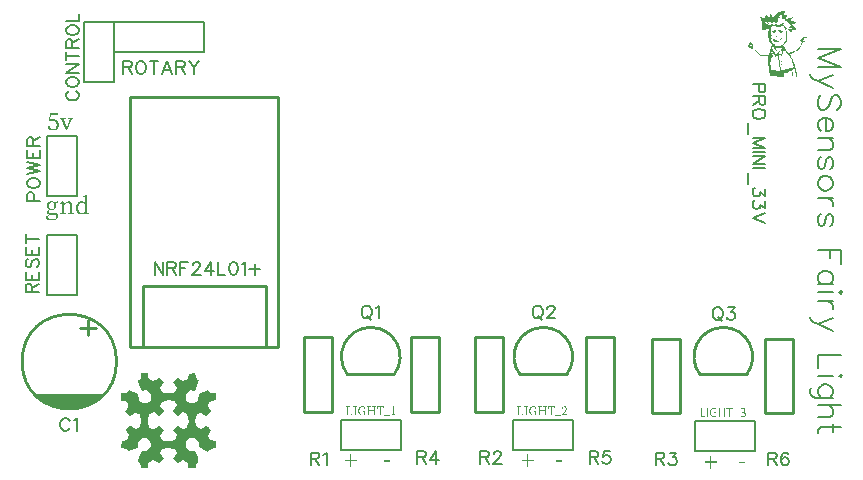
<source format=gto>
G04 Layer: TopSilkLayer*
G04 EasyEDA v6.4.19.5, 2021-05-22T19:54:24+02:00*
G04 a9b393c6b906431c8adc5fb22f429070,c38686c9fe6447858fcbf2546f174441,10*
G04 Gerber Generator version 0.2*
G04 Scale: 100 percent, Rotated: No, Reflected: No *
G04 Dimensions in millimeters *
G04 leading zeros omitted , absolute positions ,4 integer and 5 decimal *
%FSLAX45Y45*%
%MOMM*%

%ADD10C,0.2540*%
%ADD20C,0.2032*%
%ADD21C,0.2030*%
%ADD22C,0.1524*%

%LPD*%
G36*
X6577126Y4756099D02*
G01*
X6563918Y4755946D01*
X6558025Y4755388D01*
X6551625Y4754067D01*
X6545529Y4752136D01*
X6535928Y4747412D01*
X6531051Y4745278D01*
X6526479Y4743653D01*
X6522770Y4742738D01*
X6518300Y4740706D01*
X6511747Y4735931D01*
X6503974Y4729175D01*
X6495897Y4721098D01*
X6488125Y4712919D01*
X6482181Y4707077D01*
X6477812Y4703419D01*
X6474612Y4701997D01*
X6472275Y4702657D01*
X6470497Y4705502D01*
X6468973Y4710379D01*
X6463741Y4733950D01*
X6458610Y4730800D01*
X6456629Y4728514D01*
X6455003Y4724552D01*
X6453936Y4719523D01*
X6453530Y4713986D01*
X6453530Y4700270D01*
X6425844Y4718405D01*
X6407912Y4711547D01*
X6414668Y4694021D01*
X6369304Y4701641D01*
X6388404Y4664760D01*
X6388181Y4656683D01*
X6406591Y4656683D01*
X6414770Y4661865D01*
X6422186Y4665878D01*
X6427114Y4666437D01*
X6430416Y4663287D01*
X6432905Y4656074D01*
X6435801Y4644948D01*
X6429908Y4647946D01*
X6422085Y4651095D01*
X6406591Y4656683D01*
X6388181Y4656683D01*
X6387438Y4629810D01*
X6433413Y4629810D01*
X6433515Y4631842D01*
X6434683Y4635093D01*
X6442913Y4650790D01*
X6436664Y4660900D01*
X6447536Y4667554D01*
X6469583Y4653788D01*
X6490817Y4673041D01*
X6504279Y4672990D01*
X6504838Y4675428D01*
X6506057Y4677918D01*
X6509664Y4682642D01*
X6512001Y4683607D01*
X6512559Y4681067D01*
X6510985Y4675276D01*
X6509512Y4672177D01*
X6507886Y4670044D01*
X6506362Y4669028D01*
X6505041Y4669383D01*
X6504330Y4670856D01*
X6504279Y4672990D01*
X6490859Y4672990D01*
X6504990Y4655972D01*
X6519570Y4668012D01*
X6522974Y4703318D01*
X6537706Y4700270D01*
X6531102Y4710887D01*
X6548475Y4722977D01*
X6555638Y4727651D01*
X6557009Y4728311D01*
X6557162Y4726584D01*
X6556095Y4714697D01*
X6552082Y4683861D01*
X6559143Y4683861D01*
X6562496Y4684623D01*
X6566357Y4686706D01*
X6570319Y4689805D01*
X6573875Y4693615D01*
X6581597Y4703318D01*
X6580530Y4690973D01*
X6580428Y4681372D01*
X6581292Y4667199D01*
X6598818Y4667199D01*
X6628638Y4636922D01*
X6634784Y4630216D01*
X6639001Y4625086D01*
X6641287Y4621479D01*
X6641693Y4619498D01*
X6640220Y4618990D01*
X6636867Y4620006D01*
X6620865Y4628337D01*
X6614109Y4617415D01*
X6620103Y4606188D01*
X6622643Y4601006D01*
X6623710Y4597552D01*
X6623253Y4595876D01*
X6621221Y4595977D01*
X6617614Y4597857D01*
X6612280Y4601514D01*
X6605270Y4607052D01*
X6587286Y4621987D01*
X6579108Y4628134D01*
X6572859Y4632350D01*
X6569354Y4633874D01*
X6564985Y4633874D01*
X6570675Y4619294D01*
X6576466Y4606696D01*
X6586778Y4586630D01*
X6586829Y4510176D01*
X6562953Y4471466D01*
X6525666Y4455922D01*
X6511798Y4459376D01*
X6506413Y4461103D01*
X6502044Y4463186D01*
X6499047Y4465370D01*
X6497116Y4469485D01*
X6494830Y4471670D01*
X6491478Y4473702D01*
X6487363Y4475378D01*
X6476796Y4478731D01*
X6464452Y4509617D01*
X6461912Y4516424D01*
X6460337Y4521403D01*
X6459575Y4524756D01*
X6459728Y4526584D01*
X6460744Y4527194D01*
X6462572Y4526635D01*
X6471361Y4521352D01*
X6463893Y4544974D01*
X6477457Y4544974D01*
X6461048Y4564430D01*
X6459982Y4581093D01*
X6460032Y4588713D01*
X6460998Y4597095D01*
X6462674Y4605274D01*
X6464909Y4612233D01*
X6470853Y4626660D01*
X6503517Y4625543D01*
X6503517Y4615840D01*
X6522008Y4631080D01*
X6524345Y4624120D01*
X6526326Y4621072D01*
X6529527Y4619498D01*
X6533692Y4619193D01*
X6538518Y4620056D01*
X6543802Y4621987D01*
X6549186Y4624730D01*
X6554520Y4628184D01*
X6559448Y4632198D01*
X6563766Y4636566D01*
X6567170Y4641240D01*
X6569405Y4645964D01*
X6570167Y4650638D01*
X6570167Y4656836D01*
X6557670Y4652924D01*
X6552590Y4650994D01*
X6547866Y4648657D01*
X6544106Y4646168D01*
X6541820Y4643831D01*
X6538468Y4638598D01*
X6499250Y4645964D01*
X6491732Y4633823D01*
X6470294Y4645304D01*
X6446621Y4633163D01*
X6441084Y4630623D01*
X6437122Y4629251D01*
X6434582Y4628946D01*
X6433413Y4629810D01*
X6387438Y4629810D01*
X6386474Y4594961D01*
X6396380Y4595012D01*
X6401714Y4595926D01*
X6408928Y4598365D01*
X6417005Y4602022D01*
X6425133Y4606493D01*
X6443929Y4617974D01*
X6436664Y4553305D01*
X6446774Y4499356D01*
X6470700Y4466945D01*
X6466433Y4460138D01*
X6465366Y4458055D01*
X6462471Y4450130D01*
X6460033Y4442206D01*
X6466636Y4442206D01*
X6469024Y4449165D01*
X6470497Y4452670D01*
X6472275Y4454753D01*
X6474358Y4455312D01*
X6476949Y4454144D01*
X6480200Y4451248D01*
X6484213Y4446473D01*
X6489154Y4439818D01*
X6503517Y4439818D01*
X6503517Y4446168D01*
X6520180Y4439767D01*
X6520180Y4451807D01*
X6542379Y4446016D01*
X6545529Y4451045D01*
X6549034Y4454347D01*
X6553555Y4455972D01*
X6557416Y4455668D01*
X6559092Y4453178D01*
X6557822Y4449521D01*
X6554419Y4443425D01*
X6549593Y4435754D01*
X6543903Y4427474D01*
X6538010Y4419498D01*
X6532575Y4412640D01*
X6528257Y4407865D01*
X6525666Y4406087D01*
X6523126Y4407204D01*
X6519926Y4410202D01*
X6516268Y4414570D01*
X6512559Y4419854D01*
X6509105Y4425543D01*
X6506209Y4431080D01*
X6504228Y4436008D01*
X6503517Y4439818D01*
X6489192Y4439767D01*
X6502044Y4421327D01*
X6508445Y4413402D01*
X6513626Y4408068D01*
X6516878Y4406087D01*
X6521907Y4406087D01*
X6512734Y4395978D01*
X6531864Y4395978D01*
X6549237Y4422698D01*
X6553250Y4428286D01*
X6556044Y4431588D01*
X6557873Y4432554D01*
X6558737Y4431182D01*
X6558686Y4427474D01*
X6557924Y4421428D01*
X6553555Y4398721D01*
X6551015Y4391863D01*
X6547205Y4390440D01*
X6540703Y4392574D01*
X6531864Y4395978D01*
X6512734Y4395978D01*
X6501993Y4384090D01*
X6466636Y4442206D01*
X6460033Y4442206D01*
X6457035Y4431741D01*
X6453225Y4417212D01*
X6444284Y4381093D01*
X6377330Y4381144D01*
X6351016Y4404715D01*
X6330442Y4422343D01*
X6321196Y4429861D01*
X6300724Y4445660D01*
X6307683Y4448556D01*
X6310376Y4450537D01*
X6311900Y4453534D01*
X6312306Y4457293D01*
X6311798Y4461611D01*
X6310477Y4466285D01*
X6308394Y4471060D01*
X6305753Y4475734D01*
X6302552Y4480052D01*
X6299047Y4483811D01*
X6295186Y4486757D01*
X6291224Y4488738D01*
X6287211Y4489399D01*
X6281013Y4489399D01*
X6269736Y4459732D01*
X6270383Y4458055D01*
X6282131Y4458055D01*
X6282131Y4462119D01*
X6284772Y4469739D01*
X6288227Y4478782D01*
X6294475Y4476699D01*
X6297066Y4475175D01*
X6299454Y4472482D01*
X6301333Y4469130D01*
X6302552Y4465370D01*
X6304330Y4456074D01*
X6292799Y4456074D01*
X6285484Y4456379D01*
X6282131Y4458055D01*
X6270383Y4458055D01*
X6272580Y4452366D01*
X6274308Y4449470D01*
X6276898Y4447133D01*
X6280048Y4445558D01*
X6283350Y4445000D01*
X6287668Y4443933D01*
X6293612Y4441037D01*
X6300317Y4436770D01*
X6307124Y4431538D01*
X6376416Y4372762D01*
X6439611Y4372762D01*
X6440459Y4329531D01*
X6452666Y4329531D01*
X6464452Y4322216D01*
X6458102Y4353915D01*
X6475730Y4368546D01*
X6474460Y4403293D01*
X6471767Y4392218D01*
X6470345Y4387494D01*
X6468414Y4382820D01*
X6466230Y4378756D01*
X6464096Y4375810D01*
X6459067Y4370527D01*
X6459067Y4376826D01*
X6459524Y4380534D01*
X6460794Y4385868D01*
X6462674Y4392168D01*
X6470904Y4414316D01*
X6481572Y4400448D01*
X6485991Y4394352D01*
X6490055Y4387850D01*
X6493357Y4381804D01*
X6495491Y4376928D01*
X6499250Y4370070D01*
X6503771Y4367479D01*
X6507530Y4369257D01*
X6510426Y4381906D01*
X6513474Y4383684D01*
X6516725Y4380992D01*
X6517592Y4377740D01*
X6525768Y4377740D01*
X6525768Y4383887D01*
X6542430Y4383887D01*
X6542430Y4375556D01*
X6542633Y4371441D01*
X6543192Y4368647D01*
X6544106Y4367022D01*
X6545376Y4366666D01*
X6546850Y4367377D01*
X6548577Y4369206D01*
X6550507Y4372102D01*
X6552641Y4376013D01*
X6557162Y4386529D01*
X6561836Y4400499D01*
X6571945Y4433824D01*
X6580682Y4421378D01*
X6585000Y4415688D01*
X6590436Y4409338D01*
X6596227Y4403090D01*
X6604558Y4394860D01*
X6607759Y4390948D01*
X6614820Y4380788D01*
X6622389Y4368190D01*
X6630060Y4354169D01*
X6637223Y4339590D01*
X6643471Y4325467D01*
X6646113Y4318863D01*
X6650024Y4307179D01*
X6651244Y4302302D01*
X6654495Y4286046D01*
X6647078Y4279950D01*
X6643979Y4277868D01*
X6639661Y4275683D01*
X6634378Y4273499D01*
X6621475Y4269079D01*
X6606692Y4265015D01*
X6591553Y4261815D01*
X6584289Y4260596D01*
X6577482Y4259732D01*
X6571284Y4259275D01*
X6552946Y4258462D01*
X6548424Y4264202D01*
X6547713Y4265625D01*
X6545732Y4271924D01*
X6540246Y4294936D01*
X6534048Y4325061D01*
X6528714Y4354372D01*
X6526885Y4366260D01*
X6525869Y4374896D01*
X6525768Y4377740D01*
X6517592Y4377740D01*
X6518554Y4374134D01*
X6520942Y4356100D01*
X6525564Y4328820D01*
X6531102Y4299153D01*
X6536283Y4273905D01*
X6538366Y4265117D01*
X6539890Y4259986D01*
X6543802Y4250029D01*
X6461861Y4253331D01*
X6461048Y4273753D01*
X6460236Y4282948D01*
X6459016Y4293260D01*
X6457492Y4303420D01*
X6452666Y4329531D01*
X6440459Y4329531D01*
X6441795Y4258868D01*
X6456984Y4203293D01*
X6570167Y4200144D01*
X6570167Y4226915D01*
X6604253Y4233722D01*
X6597396Y4244848D01*
X6612839Y4238904D01*
X6626555Y4255414D01*
X6641541Y4249674D01*
X6647738Y4261205D01*
X6650532Y4265676D01*
X6653530Y4269384D01*
X6656425Y4271822D01*
X6658813Y4272737D01*
X6663740Y4272737D01*
X6671462Y4200550D01*
X6681317Y4200550D01*
X6681317Y4215993D01*
X6680657Y4224375D01*
X6678980Y4235805D01*
X6676491Y4248759D01*
X6670598Y4273804D01*
X6668668Y4284370D01*
X6667804Y4292193D01*
X6668160Y4296206D01*
X6668719Y4298391D01*
X6668262Y4301236D01*
X6666941Y4304334D01*
X6664909Y4307433D01*
X6662877Y4310075D01*
X6657746Y4318304D01*
X6651548Y4329277D01*
X6644995Y4341876D01*
X6638594Y4354880D01*
X6632905Y4367123D01*
X6627012Y4381550D01*
X6626098Y4384700D01*
X6625742Y4386783D01*
X6625742Y4394098D01*
X6649008Y4401972D01*
X6659067Y4406595D01*
X6670090Y4412538D01*
X6680758Y4419142D01*
X6707276Y4438192D01*
X6731508Y4489805D01*
X6758381Y4500016D01*
X6770573Y4522774D01*
X6766153Y4522774D01*
X6763918Y4521860D01*
X6761022Y4519472D01*
X6757873Y4515967D01*
X6754825Y4511649D01*
X6747865Y4500524D01*
X6739585Y4500524D01*
X6733641Y4501642D01*
X6731762Y4505299D01*
X6733946Y4511852D01*
X6740194Y4521911D01*
X6749135Y4534611D01*
X6764629Y4528667D01*
X6764629Y4534052D01*
X6764020Y4536389D01*
X6762343Y4538014D01*
X6759651Y4538929D01*
X6756044Y4539183D01*
X6751675Y4538726D01*
X6746646Y4537608D01*
X6741007Y4535779D01*
X6721398Y4527092D01*
X6709918Y4501896D01*
X6721398Y4490466D01*
X6708800Y4452366D01*
X6693662Y4437989D01*
X6690004Y4434840D01*
X6685330Y4431334D01*
X6673748Y4423816D01*
X6667246Y4420006D01*
X6653733Y4412894D01*
X6615684Y4396079D01*
X6599174Y4414164D01*
X6592519Y4422495D01*
X6585610Y4431995D01*
X6579209Y4441444D01*
X6564426Y4466082D01*
X6593484Y4500626D01*
X6598970Y4564430D01*
X6588099Y4611420D01*
X6627622Y4578807D01*
X6636410Y4584242D01*
X6625996Y4611624D01*
X6631635Y4611624D01*
X6634022Y4611014D01*
X6636512Y4609185D01*
X6638696Y4606544D01*
X6640423Y4603292D01*
X6643624Y4594961D01*
X6656578Y4594961D01*
X6662318Y4595368D01*
X6666941Y4596434D01*
X6670497Y4598111D01*
X6672884Y4600397D01*
X6674256Y4603140D01*
X6674459Y4606340D01*
X6673646Y4609896D01*
X6671716Y4613808D01*
X6668719Y4617923D01*
X6664655Y4622241D01*
X6659524Y4626610D01*
X6653377Y4631080D01*
X6636664Y4642205D01*
X6655816Y4647742D01*
X6663283Y4650333D01*
X6669582Y4653330D01*
X6673951Y4656277D01*
X6675729Y4658868D01*
X6676542Y4664405D01*
X6620205Y4681067D01*
X6656324Y4702048D01*
X6650228Y4704232D01*
X6645859Y4704232D01*
X6638391Y4702556D01*
X6628942Y4699558D01*
X6618478Y4695444D01*
X6592824Y4684420D01*
X6595211Y4725517D01*
X6570878Y4724704D01*
G37*
G36*
X6523939Y4595063D02*
G01*
X6543802Y4573117D01*
X6558940Y4581296D01*
X6561785Y4583226D01*
X6563106Y4584801D01*
X6562801Y4586122D01*
X6560718Y4587341D01*
X6556806Y4588560D01*
X6542887Y4591456D01*
G37*
G36*
X6499352Y4594402D02*
G01*
X6492544Y4592929D01*
X6481927Y4590186D01*
X6468719Y4586427D01*
X6486855Y4571390D01*
X6495186Y4578299D01*
X6500520Y4584039D01*
X6503212Y4589424D01*
X6502958Y4593336D01*
G37*
G36*
X6511086Y4552746D02*
G01*
X6502400Y4538675D01*
X6509054Y4532020D01*
X6512458Y4535373D01*
X6513576Y4537252D01*
X6514134Y4539792D01*
X6514084Y4542739D01*
X6513474Y4545736D01*
G37*
G36*
X6549237Y4536643D02*
G01*
X6548628Y4529683D01*
X6547510Y4526127D01*
X6544919Y4521555D01*
X6541312Y4516577D01*
X6536994Y4511751D01*
X6526022Y4500778D01*
X6516166Y4504283D01*
X6511391Y4506417D01*
X6505803Y4509770D01*
X6500012Y4513783D01*
X6494780Y4518101D01*
X6483248Y4528413D01*
X6476136Y4521301D01*
X6482334Y4509516D01*
X6485280Y4504385D01*
X6488277Y4500067D01*
X6491478Y4496612D01*
X6494881Y4493920D01*
X6498640Y4491939D01*
X6502857Y4490567D01*
X6507581Y4489805D01*
X6512915Y4489500D01*
X6525107Y4489399D01*
X6554774Y4514951D01*
G37*
G36*
X6545529Y4356100D02*
G01*
X6544309Y4355642D01*
X6542785Y4354474D01*
X6541160Y4352696D01*
X6536181Y4344974D01*
X6542074Y4344974D01*
X6544360Y4345432D01*
X6546240Y4346600D01*
X6547510Y4348378D01*
X6547967Y4350512D01*
X6547764Y4352696D01*
X6547256Y4354474D01*
X6546443Y4355642D01*
G37*
G36*
X6547967Y4333849D02*
G01*
X6545783Y4333443D01*
X6544056Y4332224D01*
X6542836Y4330496D01*
X6542430Y4328312D01*
X6542836Y4326178D01*
X6544056Y4324400D01*
X6545783Y4323181D01*
X6547967Y4322775D01*
X6550101Y4323181D01*
X6551879Y4324400D01*
X6553098Y4326178D01*
X6553504Y4328312D01*
X6553098Y4330496D01*
X6551879Y4332224D01*
X6550101Y4333443D01*
G37*
G36*
X6553504Y4311650D02*
G01*
X6551371Y4311192D01*
X6549593Y4310024D01*
X6548424Y4308246D01*
X6547967Y4306112D01*
X6548424Y4303928D01*
X6549593Y4302150D01*
X6551371Y4300982D01*
X6553504Y4300524D01*
X6555689Y4300982D01*
X6557467Y4302150D01*
X6558635Y4303928D01*
X6559092Y4306112D01*
X6558635Y4308246D01*
X6557467Y4310024D01*
X6555689Y4311192D01*
G37*
G36*
X6645706Y4243984D02*
G01*
X6644487Y4243578D01*
X6643065Y4240733D01*
X6641388Y4235500D01*
X6639509Y4227779D01*
X6635750Y4210558D01*
X6647942Y4198315D01*
X6647840Y4230827D01*
X6647383Y4237634D01*
X6646672Y4242003D01*
G37*
G36*
X1588922Y1689963D02*
G01*
X1530858Y1685086D01*
X1525727Y1640230D01*
X1486001Y1622145D01*
X1437132Y1651000D01*
X1396695Y1610614D01*
X1428851Y1565097D01*
X1415897Y1530502D01*
X1399387Y1525270D01*
X1393393Y1523593D01*
X1387043Y1522222D01*
X1380388Y1521104D01*
X1373530Y1520342D01*
X1366520Y1519834D01*
X1352346Y1519682D01*
X1345387Y1520088D01*
X1338630Y1520799D01*
X1332128Y1521764D01*
X1326032Y1523034D01*
X1320292Y1524660D01*
X1301800Y1530502D01*
X1288846Y1565097D01*
X1321003Y1610614D01*
X1280464Y1651152D01*
X1261872Y1638096D01*
X1256131Y1634337D01*
X1250543Y1631289D01*
X1245108Y1628851D01*
X1239875Y1627124D01*
X1234795Y1626107D01*
X1229918Y1625701D01*
X1225143Y1626006D01*
X1220520Y1626971D01*
X1216050Y1628648D01*
X1211732Y1630984D01*
X1207516Y1633982D01*
X1203401Y1637690D01*
X1190853Y1650238D01*
X1190853Y1689100D01*
X1126845Y1689100D01*
X1126845Y1650238D01*
X1111351Y1634744D01*
X1108557Y1631696D01*
X1106373Y1628851D01*
X1104900Y1626006D01*
X1104087Y1622958D01*
X1104036Y1619453D01*
X1104646Y1615389D01*
X1106068Y1610410D01*
X1108202Y1604365D01*
X1114806Y1588312D01*
X1135786Y1539494D01*
X1171549Y1546352D01*
X1209497Y1515567D01*
X1209497Y1462582D01*
X1191310Y1447850D01*
X1185672Y1443583D01*
X1180134Y1440129D01*
X1174750Y1437386D01*
X1169466Y1435455D01*
X1164234Y1434236D01*
X1159002Y1433830D01*
X1153820Y1434134D01*
X1148588Y1435252D01*
X1143355Y1437132D01*
X1138021Y1439773D01*
X1132636Y1443126D01*
X1127099Y1447292D01*
X1109573Y1461465D01*
X1098397Y1516075D01*
X1023467Y1546860D01*
X997712Y1521104D01*
X958850Y1521104D01*
X958850Y1457096D01*
X997712Y1457096D01*
X1010259Y1444548D01*
X1013968Y1440535D01*
X1016965Y1436522D01*
X1019302Y1432509D01*
X1020927Y1428445D01*
X1021892Y1424228D01*
X1022197Y1419860D01*
X1021791Y1415338D01*
X1020724Y1410563D01*
X1018946Y1405483D01*
X1016508Y1400098D01*
X1013358Y1394409D01*
X1009548Y1388262D01*
X996289Y1367993D01*
X1036878Y1327454D01*
X1078738Y1354886D01*
X1116838Y1345285D01*
X1131465Y1287119D01*
X1189075Y1287119D01*
X1189228Y1301394D01*
X1190040Y1314754D01*
X1191514Y1326083D01*
X1192530Y1330756D01*
X1193647Y1334465D01*
X1194917Y1337259D01*
X1198422Y1341221D01*
X1203858Y1345438D01*
X1210462Y1349349D01*
X1217523Y1352499D01*
X1234592Y1358849D01*
X1279194Y1325829D01*
X1321003Y1367586D01*
X1288846Y1413103D01*
X1302156Y1448612D01*
X1354836Y1460550D01*
X1359865Y1460855D01*
X1367536Y1460042D01*
X1376883Y1458315D01*
X1386789Y1455877D01*
X1404213Y1451102D01*
X1412494Y1449120D01*
X1413865Y1447800D01*
X1416304Y1444345D01*
X1422958Y1432864D01*
X1431645Y1416659D01*
X1396695Y1367586D01*
X1437386Y1326946D01*
X1482852Y1359103D01*
X1517853Y1345996D01*
X1527403Y1310894D01*
X1528775Y1304950D01*
X1530705Y1293672D01*
X1531518Y1284427D01*
X1531467Y1280972D01*
X1531061Y1278483D01*
X1527657Y1265682D01*
X1519021Y1227023D01*
X1484020Y1217879D01*
X1439265Y1244295D01*
X1399387Y1206804D01*
X1431086Y1162304D01*
X1413103Y1122934D01*
X1385976Y1118514D01*
X1379982Y1117701D01*
X1366164Y1116787D01*
X1351534Y1116787D01*
X1337716Y1117701D01*
X1331722Y1118514D01*
X1304594Y1122934D01*
X1288389Y1158494D01*
X1318717Y1206449D01*
X1278432Y1244295D01*
X1233678Y1217879D01*
X1199388Y1226820D01*
X1193901Y1243939D01*
X1192682Y1248460D01*
X1190802Y1259636D01*
X1189583Y1272844D01*
X1189075Y1287119D01*
X1131465Y1287119D01*
X1131976Y1285087D01*
X1118463Y1233474D01*
X1085799Y1215948D01*
X1066596Y1228547D01*
X1060551Y1232306D01*
X1054912Y1235354D01*
X1049680Y1237691D01*
X1044803Y1239316D01*
X1040231Y1240180D01*
X1035862Y1240332D01*
X1031646Y1239723D01*
X1027582Y1238402D01*
X1023569Y1236319D01*
X1019556Y1233525D01*
X1015492Y1229918D01*
X1011326Y1225651D01*
X997305Y1210157D01*
X1025804Y1161948D01*
X1007719Y1122222D01*
X962863Y1117092D01*
X957986Y1058570D01*
X1006754Y1047851D01*
X1018844Y1027074D01*
X1102868Y1059230D01*
X1102868Y1105103D01*
X1134872Y1137107D01*
X1181709Y1137107D01*
X1203045Y1109776D01*
X1206906Y1104138D01*
X1209954Y1098956D01*
X1212088Y1094130D01*
X1213408Y1089558D01*
X1213815Y1085088D01*
X1213408Y1080668D01*
X1212088Y1076096D01*
X1209954Y1071270D01*
X1206906Y1066088D01*
X1203045Y1060450D01*
X1181709Y1033119D01*
X1134262Y1033119D01*
X1110640Y977442D01*
X1107846Y969975D01*
X1105763Y963574D01*
X1104442Y958138D01*
X1103833Y953465D01*
X1103934Y949401D01*
X1104747Y945743D01*
X1106271Y942340D01*
X1108456Y939037D01*
X1111300Y935634D01*
X1114856Y931976D01*
X1119530Y926084D01*
X1123340Y918971D01*
X1125880Y911453D01*
X1126845Y904544D01*
X1126845Y889101D01*
X1190853Y889101D01*
X1190853Y928725D01*
X1230122Y954430D01*
X1278432Y925880D01*
X1318717Y963777D01*
X1288389Y1011682D01*
X1304747Y1047699D01*
X1358849Y1057808D01*
X1412951Y1047699D01*
X1429308Y1011682D01*
X1398981Y963777D01*
X1439570Y925626D01*
X1459280Y939596D01*
X1465783Y943762D01*
X1471930Y947369D01*
X1476908Y950010D01*
X1486966Y954836D01*
X1526844Y928725D01*
X1526844Y889101D01*
X1590852Y889101D01*
X1590852Y904544D01*
X1591818Y911453D01*
X1594358Y918971D01*
X1598168Y926084D01*
X1602841Y931976D01*
X1606397Y935634D01*
X1609242Y939037D01*
X1611426Y942340D01*
X1612950Y945743D01*
X1613763Y949401D01*
X1613865Y953465D01*
X1613255Y958138D01*
X1611934Y963574D01*
X1609852Y969975D01*
X1607058Y977442D01*
X1583436Y1033119D01*
X1537309Y1033119D01*
X1508861Y1064564D01*
X1508861Y1105611D01*
X1537309Y1137107D01*
X1582826Y1137107D01*
X1614830Y1105103D01*
X1614830Y1060297D01*
X1697329Y1025448D01*
X1706067Y1036319D01*
X1711248Y1040942D01*
X1718716Y1045464D01*
X1727606Y1049426D01*
X1736852Y1052271D01*
X1758848Y1057402D01*
X1758848Y1113485D01*
X1710283Y1123238D01*
X1692757Y1155954D01*
X1721357Y1209090D01*
X1706880Y1225092D01*
X1702460Y1229563D01*
X1698142Y1233271D01*
X1693824Y1236218D01*
X1689506Y1238351D01*
X1685188Y1239774D01*
X1680819Y1240383D01*
X1676450Y1240180D01*
X1672031Y1239266D01*
X1667510Y1237538D01*
X1662938Y1235100D01*
X1658264Y1231849D01*
X1653438Y1227836D01*
X1638807Y1214577D01*
X1601622Y1231493D01*
X1585925Y1285087D01*
X1600860Y1345285D01*
X1638960Y1354886D01*
X1680819Y1327454D01*
X1720494Y1367129D01*
X1694129Y1407414D01*
X1704492Y1448663D01*
X1758848Y1458874D01*
X1758848Y1521104D01*
X1724101Y1521104D01*
X1695196Y1547266D01*
X1619300Y1516075D01*
X1608124Y1461465D01*
X1590598Y1447292D01*
X1585061Y1443126D01*
X1579676Y1439773D01*
X1574342Y1437132D01*
X1569110Y1435252D01*
X1563878Y1434134D01*
X1558696Y1433830D01*
X1553464Y1434236D01*
X1548231Y1435455D01*
X1542948Y1437386D01*
X1537563Y1440129D01*
X1532026Y1443583D01*
X1526387Y1447850D01*
X1508201Y1462582D01*
X1508201Y1515567D01*
X1545590Y1545894D01*
X1584198Y1541119D01*
X1621637Y1629105D01*
X1599387Y1634185D01*
G37*
G36*
X670052Y3199892D02*
G01*
X635762Y3190494D01*
X635762Y3183890D01*
X654304Y3182112D01*
X654304Y3129280D01*
X647344Y3136239D01*
X640181Y3140710D01*
X632764Y3143046D01*
X625094Y3143758D01*
X620064Y3143504D01*
X615188Y3142742D01*
X610514Y3141472D01*
X606094Y3139744D01*
X601929Y3137560D01*
X598017Y3134969D01*
X594360Y3131870D01*
X591058Y3128365D01*
X588060Y3124504D01*
X585368Y3120237D01*
X583082Y3115564D01*
X581152Y3110534D01*
X579628Y3105150D01*
X578510Y3099460D01*
X577850Y3093466D01*
X577616Y3087624D01*
X597154Y3087624D01*
X597458Y3095244D01*
X598322Y3102051D01*
X599694Y3108147D01*
X601522Y3113481D01*
X603859Y3118154D01*
X606552Y3122117D01*
X609600Y3125419D01*
X613003Y3128060D01*
X616661Y3130042D01*
X620572Y3131464D01*
X624636Y3132328D01*
X628904Y3132582D01*
X634542Y3132023D01*
X640537Y3130092D01*
X646988Y3126486D01*
X654050Y3120898D01*
X654050Y3056382D01*
X647801Y3050489D01*
X641705Y3046628D01*
X635457Y3044545D01*
X628650Y3043936D01*
X624230Y3044190D01*
X620064Y3045053D01*
X616102Y3046425D01*
X612444Y3048457D01*
X609142Y3051048D01*
X606145Y3054248D01*
X603504Y3058109D01*
X601319Y3062630D01*
X599541Y3067812D01*
X598220Y3073704D01*
X597408Y3080308D01*
X597154Y3087624D01*
X577616Y3087624D01*
X577951Y3079191D01*
X579120Y3071774D01*
X580898Y3064865D01*
X583387Y3058515D01*
X586536Y3052724D01*
X590245Y3047593D01*
X594563Y3043174D01*
X599389Y3039414D01*
X604723Y3036468D01*
X610514Y3034284D01*
X616712Y3032963D01*
X623316Y3032506D01*
X632866Y3033572D01*
X641146Y3036671D01*
X648258Y3041599D01*
X654558Y3048254D01*
X655828Y3033014D01*
X690372Y3035300D01*
X690372Y3042158D01*
X672338Y3044190D01*
X672338Y3166618D01*
X672846Y3198368D01*
G37*
G36*
X516382Y3143758D02*
G01*
X511200Y3143402D01*
X505917Y3142335D01*
X500684Y3140608D01*
X495503Y3138220D01*
X490423Y3135274D01*
X485495Y3131769D01*
X480872Y3127705D01*
X476504Y3123184D01*
X474472Y3141472D01*
X471424Y3143504D01*
X440182Y3131312D01*
X440182Y3124708D01*
X457962Y3122930D01*
X458470Y3093720D01*
X458216Y3044698D01*
X441706Y3042158D01*
X441706Y3035300D01*
X492759Y3035300D01*
X492759Y3042158D01*
X477520Y3044698D01*
X477012Y3082036D01*
X477012Y3115056D01*
X485393Y3121761D01*
X493166Y3126333D01*
X500634Y3128975D01*
X508000Y3129788D01*
X512572Y3129432D01*
X516483Y3128416D01*
X519684Y3126536D01*
X522224Y3123844D01*
X524154Y3120186D01*
X525526Y3115513D01*
X526288Y3109772D01*
X526542Y3102864D01*
X526288Y3044698D01*
X509778Y3042158D01*
X509778Y3035300D01*
X560832Y3035300D01*
X560832Y3042158D01*
X545338Y3044698D01*
X544830Y3082036D01*
X544830Y3103372D01*
X544372Y3113328D01*
X543052Y3121812D01*
X540867Y3128772D01*
X537768Y3134309D01*
X533755Y3138525D01*
X528878Y3141472D01*
X523087Y3143199D01*
G37*
G36*
X370840Y3143758D02*
G01*
X365150Y3143504D01*
X359765Y3142691D01*
X354685Y3141319D01*
X350062Y3139490D01*
X345795Y3137103D01*
X341985Y3134258D01*
X338683Y3130905D01*
X335940Y3127146D01*
X333705Y3122879D01*
X332079Y3118154D01*
X331063Y3113024D01*
X330722Y3107182D01*
X348234Y3107182D01*
X348640Y3113328D01*
X349808Y3118866D01*
X351739Y3123844D01*
X354330Y3128060D01*
X357632Y3131464D01*
X361543Y3134004D01*
X366014Y3135579D01*
X371094Y3136138D01*
X376072Y3135579D01*
X380441Y3134055D01*
X384200Y3131566D01*
X387400Y3128213D01*
X389890Y3124098D01*
X391718Y3119323D01*
X392836Y3113887D01*
X393192Y3107944D01*
X392785Y3101695D01*
X391668Y3096006D01*
X389788Y3090926D01*
X387197Y3086608D01*
X383946Y3083052D01*
X380034Y3080461D01*
X375462Y3078784D01*
X370332Y3078226D01*
X365455Y3078734D01*
X361086Y3080308D01*
X357327Y3082747D01*
X354126Y3086150D01*
X351586Y3090316D01*
X349758Y3095244D01*
X348640Y3100882D01*
X348234Y3107182D01*
X330722Y3107182D01*
X331012Y3102000D01*
X331927Y3097022D01*
X333349Y3092450D01*
X335330Y3088284D01*
X337769Y3084525D01*
X340664Y3081223D01*
X344017Y3078378D01*
X347726Y3075940D01*
X340614Y3068675D01*
X335889Y3062376D01*
X333298Y3056686D01*
X332486Y3051302D01*
X333451Y3045358D01*
X336296Y3040481D01*
X340868Y3036671D01*
X346964Y3034030D01*
X336956Y3028442D01*
X330250Y3022549D01*
X326542Y3016300D01*
X325889Y3012440D01*
X342646Y3012440D01*
X343204Y3018028D01*
X344830Y3023057D01*
X347675Y3027883D01*
X351790Y3032760D01*
X362712Y3032252D01*
X388366Y3032252D01*
X398576Y3030880D01*
X405434Y3027070D01*
X409244Y3021431D01*
X410464Y3014472D01*
X409854Y3009696D01*
X408025Y3005226D01*
X404926Y3001264D01*
X400659Y2997860D01*
X395224Y2995015D01*
X388620Y2992882D01*
X380796Y2991561D01*
X371856Y2991104D01*
X365556Y2991408D01*
X359918Y2992374D01*
X354888Y2993948D01*
X350672Y2996234D01*
X347268Y2999232D01*
X344728Y3002889D01*
X343204Y3007309D01*
X342646Y3012440D01*
X325889Y3012440D01*
X325374Y3009392D01*
X325678Y3005480D01*
X326542Y3001822D01*
X328066Y2998368D01*
X330200Y2995168D01*
X332994Y2992272D01*
X336397Y2989681D01*
X340563Y2987395D01*
X345338Y2985516D01*
X350875Y2983992D01*
X357124Y2982874D01*
X364134Y2982214D01*
X371856Y2981960D01*
X380542Y2982366D01*
X388518Y2983484D01*
X395732Y2985262D01*
X402234Y2987598D01*
X407924Y2990545D01*
X412902Y2993898D01*
X417118Y2997657D01*
X420573Y3001772D01*
X423265Y3006191D01*
X425196Y3010763D01*
X426313Y3015488D01*
X426720Y3020314D01*
X426161Y3026562D01*
X424535Y3032099D01*
X421792Y3036925D01*
X417931Y3040989D01*
X412953Y3044190D01*
X406806Y3046577D01*
X399440Y3048000D01*
X390906Y3048508D01*
X361442Y3048508D01*
X354482Y3049219D01*
X350113Y3051251D01*
X347878Y3054502D01*
X347218Y3058922D01*
X347573Y3062732D01*
X348742Y3066237D01*
X350672Y3069742D01*
X353314Y3073400D01*
X357428Y3072231D01*
X361696Y3071317D01*
X366166Y3070809D01*
X370840Y3070606D01*
X376529Y3070860D01*
X381914Y3071723D01*
X386943Y3073095D01*
X391617Y3074974D01*
X395884Y3077362D01*
X399643Y3080258D01*
X402996Y3083661D01*
X405739Y3087522D01*
X407974Y3091840D01*
X409600Y3096615D01*
X410616Y3101797D01*
X410972Y3107436D01*
X410565Y3113633D01*
X409397Y3119272D01*
X407568Y3124301D01*
X405130Y3128772D01*
X427735Y3128264D01*
X427735Y3141472D01*
X424434Y3143504D01*
X399034Y3135122D01*
X393344Y3138932D01*
X386638Y3141624D01*
X379120Y3143250D01*
G37*
G36*
X355346Y3895344D02*
G01*
X350774Y3826001D01*
X356362Y3824224D01*
X361746Y3825544D01*
X367131Y3826510D01*
X372465Y3827068D01*
X377698Y3827272D01*
X382879Y3827018D01*
X387705Y3826205D01*
X392176Y3824833D01*
X396290Y3823004D01*
X399948Y3820617D01*
X403250Y3817721D01*
X406044Y3814368D01*
X408381Y3810558D01*
X410260Y3806291D01*
X411632Y3801516D01*
X412445Y3796334D01*
X412750Y3790696D01*
X412496Y3785006D01*
X411784Y3779723D01*
X410565Y3774795D01*
X408838Y3770325D01*
X406654Y3766210D01*
X404063Y3762654D01*
X400964Y3759504D01*
X397459Y3756914D01*
X393446Y3754831D01*
X389077Y3753307D01*
X384200Y3752392D01*
X378968Y3752087D01*
X375412Y3752240D01*
X368452Y3753256D01*
X364998Y3754120D01*
X359156Y3774389D01*
X356768Y3778656D01*
X353568Y3780891D01*
X349250Y3781551D01*
X345846Y3781094D01*
X342900Y3779824D01*
X340512Y3777589D01*
X338836Y3774440D01*
X340918Y3767277D01*
X343966Y3761079D01*
X347878Y3755796D01*
X352704Y3751478D01*
X358343Y3748074D01*
X364845Y3745636D01*
X372160Y3744214D01*
X380238Y3743706D01*
X386029Y3743909D01*
X391515Y3744620D01*
X396748Y3745687D01*
X401675Y3747211D01*
X406247Y3749141D01*
X410565Y3751427D01*
X414477Y3754120D01*
X418084Y3757117D01*
X421284Y3760520D01*
X424129Y3764229D01*
X426567Y3768242D01*
X428599Y3772509D01*
X430225Y3777132D01*
X431342Y3782009D01*
X432054Y3787089D01*
X432308Y3792474D01*
X431901Y3799636D01*
X430682Y3806240D01*
X428751Y3812336D01*
X426110Y3817823D01*
X422757Y3822700D01*
X418795Y3826967D01*
X414223Y3830675D01*
X409041Y3833672D01*
X403352Y3836111D01*
X397205Y3837787D01*
X390601Y3838854D01*
X383540Y3839210D01*
X377596Y3839006D01*
X372008Y3838397D01*
X366522Y3837381D01*
X361188Y3835908D01*
X363982Y3878072D01*
X428243Y3878072D01*
X428243Y3895344D01*
G37*
G36*
X441451Y3851910D02*
G01*
X441451Y3844544D01*
X453898Y3842765D01*
X494030Y3744976D01*
X503174Y3744976D01*
X539496Y3841750D01*
X552196Y3844544D01*
X552196Y3851910D01*
X511048Y3851910D01*
X511048Y3844544D01*
X529336Y3841750D01*
X503428Y3767328D01*
X475234Y3842512D01*
X494538Y3844544D01*
X494538Y3851910D01*
G37*
G36*
X2898140Y1004569D02*
G01*
X2898140Y955040D01*
X2851404Y955040D01*
X2851404Y944371D01*
X2898140Y944371D01*
X2898140Y894080D01*
X2909824Y894080D01*
X2909824Y944371D01*
X2956306Y944371D01*
X2956306Y955040D01*
X2909824Y955040D01*
X2909824Y1004569D01*
G37*
G36*
X3183890Y951484D02*
G01*
X3183890Y938276D01*
X3235706Y938276D01*
X3235706Y951484D01*
G37*
G36*
X4396740Y1004569D02*
G01*
X4396740Y955040D01*
X4350004Y955040D01*
X4350004Y944371D01*
X4396740Y944371D01*
X4396740Y894080D01*
X4408424Y894080D01*
X4408424Y944371D01*
X4454906Y944371D01*
X4454906Y955040D01*
X4408424Y955040D01*
X4408424Y1004569D01*
G37*
G36*
X4644390Y951484D02*
G01*
X4644390Y938276D01*
X4696206Y938276D01*
X4696206Y951484D01*
G37*
G36*
X5946140Y991869D02*
G01*
X5946140Y942340D01*
X5899404Y942340D01*
X5899404Y931671D01*
X5946140Y931671D01*
X5946140Y881380D01*
X5957824Y881380D01*
X5957824Y931671D01*
X6004306Y931671D01*
X6004306Y942340D01*
X5957824Y942340D01*
X5957824Y991869D01*
G37*
G36*
X6193790Y938784D02*
G01*
X6193790Y925576D01*
X6245606Y925576D01*
X6245606Y938784D01*
G37*
G36*
X4451350Y1409700D02*
G01*
X4445914Y1409344D01*
X4440783Y1408379D01*
X4436008Y1406804D01*
X4431588Y1404670D01*
X4427626Y1401927D01*
X4424070Y1398727D01*
X4420971Y1395069D01*
X4418330Y1390954D01*
X4416298Y1386433D01*
X4414774Y1381556D01*
X4413808Y1376375D01*
X4413504Y1370838D01*
X4413808Y1365250D01*
X4414723Y1360017D01*
X4416247Y1355140D01*
X4418279Y1350619D01*
X4420870Y1346504D01*
X4423918Y1342847D01*
X4427423Y1339646D01*
X4431436Y1336954D01*
X4435805Y1334820D01*
X4440529Y1333246D01*
X4445660Y1332280D01*
X4451096Y1331976D01*
X4457496Y1332382D01*
X4463542Y1333601D01*
X4469384Y1335633D01*
X4475226Y1338326D01*
X4475480Y1364488D01*
X4482084Y1364996D01*
X4482084Y1369060D01*
X4453128Y1369060D01*
X4453128Y1364996D01*
X4465066Y1364234D01*
X4465320Y1339088D01*
X4462170Y1338072D01*
X4459071Y1337360D01*
X4455922Y1336954D01*
X4452620Y1336802D01*
X4446524Y1337411D01*
X4441139Y1339138D01*
X4436364Y1341932D01*
X4432401Y1345844D01*
X4429201Y1350670D01*
X4426864Y1356512D01*
X4425442Y1363268D01*
X4424934Y1370838D01*
X4425442Y1378508D01*
X4426966Y1385265D01*
X4429404Y1391107D01*
X4432655Y1395933D01*
X4436668Y1399794D01*
X4441342Y1402588D01*
X4446574Y1404315D01*
X4452366Y1404874D01*
X4455871Y1404670D01*
X4459122Y1404061D01*
X4462170Y1403045D01*
X4465066Y1401572D01*
X4467860Y1387856D01*
X4473702Y1387856D01*
X4473448Y1404112D01*
X4468723Y1406601D01*
X4463643Y1408328D01*
X4457903Y1409344D01*
G37*
G36*
X4713224Y1409446D02*
G01*
X4705248Y1408379D01*
X4698441Y1405229D01*
X4693412Y1399997D01*
X4690872Y1392682D01*
X4691837Y1391310D01*
X4693056Y1390294D01*
X4694529Y1389634D01*
X4696206Y1389380D01*
X4698136Y1389735D01*
X4699812Y1390904D01*
X4701184Y1393037D01*
X4702302Y1396238D01*
X4704588Y1404366D01*
X4707788Y1404924D01*
X4710430Y1405128D01*
X4716119Y1404010D01*
X4720437Y1400759D01*
X4723180Y1395780D01*
X4724146Y1389380D01*
X4723180Y1382572D01*
X4720234Y1375613D01*
X4715256Y1368044D01*
X4704334Y1355039D01*
X4691380Y1340358D01*
X4691380Y1333500D01*
X4737100Y1333500D01*
X4737100Y1342136D01*
X4698492Y1342136D01*
X4711446Y1355598D01*
X4722012Y1366977D01*
X4725873Y1371600D01*
X4728921Y1375714D01*
X4731156Y1379423D01*
X4732680Y1382928D01*
X4733544Y1386382D01*
X4733798Y1389888D01*
X4732578Y1397762D01*
X4728870Y1403959D01*
X4722418Y1407972D01*
G37*
G36*
X4573778Y1407922D02*
G01*
X4573016Y1388110D01*
X4578604Y1388110D01*
X4581652Y1403096D01*
X4598924Y1403096D01*
X4599178Y1380845D01*
X4598924Y1338580D01*
X4587494Y1337310D01*
X4587494Y1333500D01*
X4621022Y1333500D01*
X4621022Y1337310D01*
X4609592Y1338580D01*
X4609338Y1380845D01*
X4609592Y1403096D01*
X4627118Y1403096D01*
X4630166Y1388110D01*
X4635500Y1388110D01*
X4634992Y1407922D01*
G37*
G36*
X4487926Y1407922D02*
G01*
X4487926Y1404112D01*
X4498340Y1403096D01*
X4498594Y1360525D01*
X4498340Y1338580D01*
X4487926Y1337310D01*
X4487926Y1333500D01*
X4519168Y1333500D01*
X4519168Y1337310D01*
X4509008Y1338580D01*
X4508754Y1369568D01*
X4545076Y1369568D01*
X4544822Y1338580D01*
X4534408Y1337310D01*
X4534408Y1333500D01*
X4565650Y1333500D01*
X4565650Y1337310D01*
X4555236Y1338580D01*
X4555236Y1403096D01*
X4565650Y1404112D01*
X4565650Y1407922D01*
X4534408Y1407922D01*
X4534408Y1404112D01*
X4544822Y1403096D01*
X4545076Y1373886D01*
X4508754Y1373886D01*
X4509008Y1403096D01*
X4519168Y1404112D01*
X4519168Y1407922D01*
G37*
G36*
X4374388Y1407922D02*
G01*
X4374388Y1404112D01*
X4384548Y1403096D01*
X4384802Y1360525D01*
X4384548Y1338580D01*
X4374388Y1337310D01*
X4374388Y1333500D01*
X4405630Y1333500D01*
X4405630Y1337310D01*
X4395216Y1338580D01*
X4394962Y1380845D01*
X4395216Y1403096D01*
X4405630Y1404112D01*
X4405630Y1407922D01*
G37*
G36*
X4310380Y1407922D02*
G01*
X4310380Y1404112D01*
X4320540Y1403096D01*
X4320794Y1380845D01*
X4320540Y1338580D01*
X4310380Y1337310D01*
X4310380Y1333500D01*
X4365498Y1333500D01*
X4366260Y1354328D01*
X4360418Y1354328D01*
X4356862Y1338326D01*
X4331208Y1338326D01*
X4330954Y1380896D01*
X4331208Y1403096D01*
X4341622Y1404112D01*
X4341622Y1407922D01*
G37*
G36*
X4633214Y1332992D02*
G01*
X4633214Y1326388D01*
X4681220Y1326388D01*
X4681220Y1332992D01*
G37*
G36*
X6224524Y1396492D02*
G01*
X6218428Y1395831D01*
X6212992Y1394002D01*
X6208217Y1391259D01*
X6203950Y1387856D01*
X6208522Y1382268D01*
X6211824Y1385265D01*
X6215481Y1387602D01*
X6219596Y1389176D01*
X6224016Y1389888D01*
X6229502Y1388872D01*
X6233668Y1386332D01*
X6236309Y1382471D01*
X6237224Y1377442D01*
X6236106Y1371600D01*
X6232499Y1366926D01*
X6225997Y1363827D01*
X6216142Y1362710D01*
X6216142Y1356360D01*
X6227114Y1355242D01*
X6234430Y1352042D01*
X6238494Y1347165D01*
X6239764Y1340866D01*
X6238595Y1334871D01*
X6235344Y1330299D01*
X6230416Y1327404D01*
X6224270Y1326388D01*
X6218174Y1327099D01*
X6213144Y1328978D01*
X6208979Y1331722D01*
X6205474Y1335024D01*
X6201156Y1329690D01*
X6205220Y1325829D01*
X6210401Y1322628D01*
X6216853Y1320342D01*
X6224778Y1319530D01*
X6229502Y1319885D01*
X6233871Y1320952D01*
X6237884Y1322730D01*
X6241338Y1325118D01*
X6244183Y1328115D01*
X6246317Y1331722D01*
X6247688Y1335938D01*
X6248146Y1340612D01*
X6246876Y1347571D01*
X6243472Y1353159D01*
X6238392Y1357274D01*
X6232144Y1359662D01*
X6232144Y1359916D01*
X6237681Y1362760D01*
X6241948Y1366672D01*
X6244640Y1371803D01*
X6245606Y1378204D01*
X6244031Y1385976D01*
X6239611Y1391716D01*
X6232956Y1395272D01*
G37*
G36*
X5978144Y1396492D02*
G01*
X5973318Y1396187D01*
X5968746Y1395272D01*
X5964529Y1393799D01*
X5960567Y1391767D01*
X5957011Y1389227D01*
X5953810Y1386128D01*
X5951067Y1382572D01*
X5948730Y1378508D01*
X5946851Y1373987D01*
X5945479Y1369009D01*
X5944666Y1363675D01*
X5944362Y1357884D01*
X5944971Y1349400D01*
X5946800Y1341831D01*
X5949696Y1335278D01*
X5953607Y1329740D01*
X5958433Y1325372D01*
X5964072Y1322171D01*
X5970422Y1320190D01*
X5977382Y1319530D01*
X5984443Y1320139D01*
X5990691Y1321917D01*
X5996025Y1324559D01*
X6000242Y1327912D01*
X6000242Y1358900D01*
X5976112Y1358900D01*
X5976112Y1351788D01*
X5992368Y1351788D01*
X5992368Y1331468D01*
X5989624Y1329588D01*
X5986221Y1328115D01*
X5982309Y1327200D01*
X5978144Y1326896D01*
X5972454Y1327454D01*
X5967476Y1329080D01*
X5963158Y1331772D01*
X5959551Y1335379D01*
X5956757Y1339900D01*
X5954674Y1345234D01*
X5953404Y1351330D01*
X5952998Y1358138D01*
X5953455Y1364945D01*
X5954776Y1371041D01*
X5956960Y1376324D01*
X5959856Y1380794D01*
X5963513Y1384350D01*
X5967780Y1386941D01*
X5972708Y1388567D01*
X5978144Y1389126D01*
X5983528Y1388567D01*
X5987897Y1386992D01*
X5991555Y1384757D01*
X5994654Y1382014D01*
X5999226Y1387348D01*
X5995517Y1390700D01*
X5990894Y1393647D01*
X5985103Y1395730D01*
G37*
G36*
X6084316Y1395222D02*
G01*
X6084316Y1388110D01*
X6107176Y1388110D01*
X6107176Y1320800D01*
X6115558Y1320800D01*
X6115558Y1388110D01*
X6138418Y1388110D01*
X6138418Y1395222D01*
G37*
G36*
X6018276Y1395222D02*
G01*
X6018276Y1320800D01*
X6026658Y1320800D01*
X6026658Y1356360D01*
X6062472Y1356360D01*
X6062472Y1320800D01*
X6070854Y1320800D01*
X6070854Y1395222D01*
X6062472Y1395222D01*
X6062472Y1363726D01*
X6026658Y1363726D01*
X6026658Y1395222D01*
G37*
G36*
X5919470Y1395222D02*
G01*
X5919470Y1320800D01*
X5927852Y1320800D01*
X5927852Y1395222D01*
G37*
G36*
X5865114Y1395222D02*
G01*
X5865114Y1320800D01*
X5906516Y1320800D01*
X5906516Y1327912D01*
X5873496Y1327912D01*
X5873496Y1395222D01*
G37*
G36*
X6142736Y1312672D02*
G01*
X6142736Y1306830D01*
X6196838Y1306830D01*
X6196838Y1312672D01*
G37*
G36*
X3003550Y1409700D02*
G01*
X2998114Y1409344D01*
X2992983Y1408379D01*
X2988208Y1406804D01*
X2983788Y1404670D01*
X2979826Y1401927D01*
X2976270Y1398727D01*
X2973171Y1395069D01*
X2970530Y1390954D01*
X2968498Y1386433D01*
X2966974Y1381556D01*
X2966008Y1376375D01*
X2965704Y1370838D01*
X2966008Y1365250D01*
X2966923Y1360017D01*
X2968447Y1355140D01*
X2970479Y1350619D01*
X2973070Y1346504D01*
X2976118Y1342847D01*
X2979623Y1339646D01*
X2983636Y1336954D01*
X2988005Y1334820D01*
X2992729Y1333246D01*
X2997860Y1332280D01*
X3003296Y1331976D01*
X3009696Y1332382D01*
X3015742Y1333601D01*
X3021584Y1335633D01*
X3027426Y1338326D01*
X3027680Y1364488D01*
X3034284Y1364996D01*
X3034284Y1369060D01*
X3005328Y1369060D01*
X3005328Y1364996D01*
X3017266Y1364234D01*
X3017520Y1339088D01*
X3014370Y1338072D01*
X3011271Y1337360D01*
X3008122Y1336954D01*
X3004820Y1336802D01*
X2998724Y1337411D01*
X2993339Y1339138D01*
X2988564Y1341932D01*
X2984601Y1345844D01*
X2981401Y1350670D01*
X2979064Y1356512D01*
X2977642Y1363268D01*
X2977134Y1370838D01*
X2977642Y1378508D01*
X2979166Y1385265D01*
X2981604Y1391107D01*
X2984855Y1395933D01*
X2988868Y1399794D01*
X2993542Y1402588D01*
X2998774Y1404315D01*
X3004566Y1404874D01*
X3008071Y1404670D01*
X3011322Y1404061D01*
X3014370Y1403045D01*
X3017266Y1401572D01*
X3020060Y1387856D01*
X3025902Y1387856D01*
X3025648Y1404112D01*
X3020923Y1406601D01*
X3015843Y1408328D01*
X3010103Y1409344D01*
G37*
G36*
X3270503Y1409192D02*
G01*
X3247644Y1403096D01*
X3247644Y1399286D01*
X3262376Y1400556D01*
X3262325Y1348079D01*
X3262122Y1339088D01*
X3246374Y1337056D01*
X3246374Y1333500D01*
X3287268Y1333500D01*
X3287268Y1337056D01*
X3271774Y1339088D01*
X3271570Y1348079D01*
X3271520Y1391920D01*
X3272028Y1407922D01*
G37*
G36*
X3125978Y1407922D02*
G01*
X3125216Y1388110D01*
X3130804Y1388110D01*
X3133852Y1403096D01*
X3151124Y1403096D01*
X3151378Y1380845D01*
X3151124Y1338580D01*
X3139694Y1337310D01*
X3139694Y1333500D01*
X3173222Y1333500D01*
X3173222Y1337310D01*
X3161792Y1338580D01*
X3161538Y1380845D01*
X3161792Y1403096D01*
X3179318Y1403096D01*
X3182366Y1388110D01*
X3187700Y1388110D01*
X3187192Y1407922D01*
G37*
G36*
X3040126Y1407922D02*
G01*
X3040126Y1404112D01*
X3050540Y1403096D01*
X3050794Y1360525D01*
X3050540Y1338580D01*
X3040126Y1337310D01*
X3040126Y1333500D01*
X3071368Y1333500D01*
X3071368Y1337310D01*
X3061208Y1338580D01*
X3060954Y1369568D01*
X3097276Y1369568D01*
X3097022Y1338580D01*
X3086608Y1337310D01*
X3086608Y1333500D01*
X3117850Y1333500D01*
X3117850Y1337310D01*
X3107436Y1338580D01*
X3107436Y1403096D01*
X3117850Y1404112D01*
X3117850Y1407922D01*
X3086608Y1407922D01*
X3086608Y1404112D01*
X3097022Y1403096D01*
X3097276Y1373886D01*
X3060954Y1373886D01*
X3061208Y1403096D01*
X3071368Y1404112D01*
X3071368Y1407922D01*
G37*
G36*
X2926588Y1407922D02*
G01*
X2926588Y1404112D01*
X2936748Y1403096D01*
X2937002Y1360525D01*
X2936748Y1338580D01*
X2926588Y1337310D01*
X2926588Y1333500D01*
X2957830Y1333500D01*
X2957830Y1337310D01*
X2947416Y1338580D01*
X2947162Y1380845D01*
X2947416Y1403096D01*
X2957830Y1404112D01*
X2957830Y1407922D01*
G37*
G36*
X2862580Y1407922D02*
G01*
X2862580Y1404112D01*
X2872740Y1403096D01*
X2872994Y1380845D01*
X2872740Y1338580D01*
X2862580Y1337310D01*
X2862580Y1333500D01*
X2917698Y1333500D01*
X2918460Y1354328D01*
X2912618Y1354328D01*
X2909062Y1338326D01*
X2883408Y1338326D01*
X2883154Y1380896D01*
X2883408Y1403096D01*
X2893822Y1404112D01*
X2893822Y1407922D01*
G37*
G36*
X3185414Y1332992D02*
G01*
X3185414Y1326388D01*
X3233420Y1326388D01*
X3233420Y1332992D01*
G37*
D20*
X7050277Y4432300D02*
G01*
X6856475Y4432300D01*
X7050277Y4432300D02*
G01*
X6856475Y4358386D01*
X7050277Y4284471D02*
G01*
X6856475Y4358386D01*
X7050277Y4284471D02*
G01*
X6856475Y4284471D01*
X6985761Y4214368D02*
G01*
X6856475Y4158995D01*
X6985761Y4103370D02*
G01*
X6856475Y4158995D01*
X6819391Y4177284D01*
X6800850Y4195826D01*
X6791706Y4214368D01*
X6791706Y4223512D01*
X7022591Y3913123D02*
G01*
X7041134Y3931665D01*
X7050277Y3959352D01*
X7050277Y3996436D01*
X7041134Y4024121D01*
X7022591Y4042410D01*
X7004050Y4042410D01*
X6985761Y4033265D01*
X6976363Y4024121D01*
X6967220Y4005579D01*
X6948677Y3950207D01*
X6939534Y3931665D01*
X6930390Y3922521D01*
X6911847Y3913123D01*
X6884161Y3913123D01*
X6865620Y3931665D01*
X6856475Y3959352D01*
X6856475Y3996436D01*
X6865620Y4024121D01*
X6884161Y4042410D01*
X6930390Y3852163D02*
G01*
X6930390Y3741420D01*
X6948677Y3741420D01*
X6967220Y3750563D01*
X6976363Y3759962D01*
X6985761Y3778250D01*
X6985761Y3806189D01*
X6976363Y3824478D01*
X6958075Y3843020D01*
X6930390Y3852163D01*
X6911847Y3852163D01*
X6884161Y3843020D01*
X6865620Y3824478D01*
X6856475Y3806189D01*
X6856475Y3778250D01*
X6865620Y3759962D01*
X6884161Y3741420D01*
X6985761Y3680460D02*
G01*
X6856475Y3680460D01*
X6948677Y3680460D02*
G01*
X6976363Y3652773D01*
X6985761Y3634231D01*
X6985761Y3606545D01*
X6976363Y3588004D01*
X6948677Y3578860D01*
X6856475Y3578860D01*
X6958075Y3416300D02*
G01*
X6976363Y3425444D01*
X6985761Y3453129D01*
X6985761Y3481070D01*
X6976363Y3508755D01*
X6958075Y3517900D01*
X6939534Y3508755D01*
X6930390Y3490213D01*
X6920991Y3443986D01*
X6911847Y3425444D01*
X6893306Y3416300D01*
X6884161Y3416300D01*
X6865620Y3425444D01*
X6856475Y3453129D01*
X6856475Y3481070D01*
X6865620Y3508755D01*
X6884161Y3517900D01*
X6985761Y3309112D02*
G01*
X6976363Y3327654D01*
X6958075Y3346195D01*
X6930390Y3355339D01*
X6911847Y3355339D01*
X6884161Y3346195D01*
X6865620Y3327654D01*
X6856475Y3309112D01*
X6856475Y3281426D01*
X6865620Y3262884D01*
X6884161Y3244595D01*
X6911847Y3235197D01*
X6930390Y3235197D01*
X6958075Y3244595D01*
X6976363Y3262884D01*
X6985761Y3281426D01*
X6985761Y3309112D01*
X6985761Y3174237D02*
G01*
X6856475Y3174237D01*
X6930390Y3174237D02*
G01*
X6958075Y3165094D01*
X6976363Y3146552D01*
X6985761Y3128010D01*
X6985761Y3100323D01*
X6958075Y2937763D02*
G01*
X6976363Y2947162D01*
X6985761Y2974847D01*
X6985761Y3002534D01*
X6976363Y3030220D01*
X6958075Y3039363D01*
X6939534Y3030220D01*
X6930390Y3011678D01*
X6920991Y2965450D01*
X6911847Y2947162D01*
X6893306Y2937763D01*
X6884161Y2937763D01*
X6865620Y2947162D01*
X6856475Y2974847D01*
X6856475Y3002534D01*
X6865620Y3030220D01*
X6884161Y3039363D01*
X7050277Y2734563D02*
G01*
X6856475Y2734563D01*
X7050277Y2734563D02*
G01*
X7050277Y2614676D01*
X6958075Y2734563D02*
G01*
X6958075Y2660650D01*
X6985761Y2442718D02*
G01*
X6856475Y2442718D01*
X6958075Y2442718D02*
G01*
X6976363Y2461260D01*
X6985761Y2479802D01*
X6985761Y2507487D01*
X6976363Y2526029D01*
X6958075Y2544318D01*
X6930390Y2553715D01*
X6911847Y2553715D01*
X6884161Y2544318D01*
X6865620Y2526029D01*
X6856475Y2507487D01*
X6856475Y2479802D01*
X6865620Y2461260D01*
X6884161Y2442718D01*
X7050277Y2381757D02*
G01*
X7041134Y2372613D01*
X7050277Y2363470D01*
X7059675Y2372613D01*
X7050277Y2381757D01*
X6985761Y2372613D02*
G01*
X6856475Y2372613D01*
X6985761Y2302510D02*
G01*
X6856475Y2302510D01*
X6930390Y2302510D02*
G01*
X6958075Y2293112D01*
X6976363Y2274570D01*
X6985761Y2256281D01*
X6985761Y2228595D01*
X6985761Y2158237D02*
G01*
X6856475Y2102865D01*
X6985761Y2047494D02*
G01*
X6856475Y2102865D01*
X6819391Y2121407D01*
X6800850Y2139950D01*
X6791706Y2158237D01*
X6791706Y2167636D01*
X7050277Y1844294D02*
G01*
X6856475Y1844294D01*
X6856475Y1844294D02*
G01*
X6856475Y1733550D01*
X7050277Y1672589D02*
G01*
X7041134Y1663192D01*
X7050277Y1654047D01*
X7059675Y1663192D01*
X7050277Y1672589D01*
X6985761Y1663192D02*
G01*
X6856475Y1663192D01*
X6985761Y1482089D02*
G01*
X6837934Y1482089D01*
X6810247Y1491487D01*
X6800850Y1500631D01*
X6791706Y1519173D01*
X6791706Y1546860D01*
X6800850Y1565402D01*
X6958075Y1482089D02*
G01*
X6976363Y1500631D01*
X6985761Y1519173D01*
X6985761Y1546860D01*
X6976363Y1565402D01*
X6958075Y1583689D01*
X6930390Y1593087D01*
X6911847Y1593087D01*
X6884161Y1583689D01*
X6865620Y1565402D01*
X6856475Y1546860D01*
X6856475Y1519173D01*
X6865620Y1500631D01*
X6884161Y1482089D01*
X7050277Y1421129D02*
G01*
X6856475Y1421129D01*
X6948677Y1421129D02*
G01*
X6976363Y1393444D01*
X6985761Y1375155D01*
X6985761Y1347470D01*
X6976363Y1328928D01*
X6948677Y1319529D01*
X6856475Y1319529D01*
X7050277Y1230884D02*
G01*
X6893306Y1230884D01*
X6865620Y1221739D01*
X6856475Y1203197D01*
X6856475Y1184910D01*
X6985761Y1258570D02*
G01*
X6985761Y1194054D01*
D22*
X522478Y1283207D02*
G01*
X517144Y1293621D01*
X506729Y1304036D01*
X496570Y1309115D01*
X475742Y1309115D01*
X465328Y1304036D01*
X454913Y1293621D01*
X449579Y1283207D01*
X444500Y1267460D01*
X444500Y1241552D01*
X449579Y1226057D01*
X454913Y1215644D01*
X465328Y1205229D01*
X475742Y1200150D01*
X496570Y1200150D01*
X506729Y1205229D01*
X517144Y1215644D01*
X522478Y1226057D01*
X556768Y1288287D02*
G01*
X567181Y1293621D01*
X582676Y1309115D01*
X582676Y1200150D01*
X977900Y4331715D02*
G01*
X977900Y4222750D01*
X977900Y4331715D02*
G01*
X1024636Y4331715D01*
X1040129Y4326636D01*
X1045463Y4321302D01*
X1050544Y4310887D01*
X1050544Y4300473D01*
X1045463Y4290060D01*
X1040129Y4284979D01*
X1024636Y4279900D01*
X977900Y4279900D01*
X1014221Y4279900D02*
G01*
X1050544Y4222750D01*
X1116076Y4331715D02*
G01*
X1105662Y4326636D01*
X1095247Y4316221D01*
X1090168Y4305807D01*
X1084834Y4290060D01*
X1084834Y4264152D01*
X1090168Y4248657D01*
X1095247Y4238244D01*
X1105662Y4227829D01*
X1116076Y4222750D01*
X1136904Y4222750D01*
X1147318Y4227829D01*
X1157731Y4238244D01*
X1162812Y4248657D01*
X1168145Y4264152D01*
X1168145Y4290060D01*
X1162812Y4305807D01*
X1157731Y4316221D01*
X1147318Y4326636D01*
X1136904Y4331715D01*
X1116076Y4331715D01*
X1238757Y4331715D02*
G01*
X1238757Y4222750D01*
X1202436Y4331715D02*
G01*
X1275079Y4331715D01*
X1351026Y4331715D02*
G01*
X1309370Y4222750D01*
X1351026Y4331715D02*
G01*
X1392428Y4222750D01*
X1324863Y4259071D02*
G01*
X1376934Y4259071D01*
X1426718Y4331715D02*
G01*
X1426718Y4222750D01*
X1426718Y4331715D02*
G01*
X1473454Y4331715D01*
X1489202Y4326636D01*
X1494281Y4321302D01*
X1499615Y4310887D01*
X1499615Y4300473D01*
X1494281Y4290060D01*
X1489202Y4284979D01*
X1473454Y4279900D01*
X1426718Y4279900D01*
X1463039Y4279900D02*
G01*
X1499615Y4222750D01*
X1533905Y4331715D02*
G01*
X1575307Y4279900D01*
X1575307Y4222750D01*
X1616963Y4331715D02*
G01*
X1575307Y4279900D01*
X6414515Y4140200D02*
G01*
X6305550Y4140200D01*
X6414515Y4140200D02*
G01*
X6414515Y4093463D01*
X6409436Y4077970D01*
X6404102Y4072636D01*
X6393688Y4067555D01*
X6378193Y4067555D01*
X6367779Y4072636D01*
X6362700Y4077970D01*
X6357365Y4093463D01*
X6357365Y4140200D01*
X6414515Y4033265D02*
G01*
X6305550Y4033265D01*
X6414515Y4033265D02*
G01*
X6414515Y3986529D01*
X6409436Y3970781D01*
X6404102Y3965702D01*
X6393688Y3960368D01*
X6383274Y3960368D01*
X6372859Y3965702D01*
X6367779Y3970781D01*
X6362700Y3986529D01*
X6362700Y4033265D01*
X6362700Y3996689D02*
G01*
X6305550Y3960368D01*
X6414515Y3895089D02*
G01*
X6409436Y3905250D01*
X6399022Y3915663D01*
X6388608Y3920997D01*
X6372859Y3926078D01*
X6346952Y3926078D01*
X6331458Y3920997D01*
X6321043Y3915663D01*
X6310629Y3905250D01*
X6305550Y3895089D01*
X6305550Y3874262D01*
X6310629Y3863847D01*
X6321043Y3853434D01*
X6331458Y3848100D01*
X6346952Y3843020D01*
X6372859Y3843020D01*
X6388608Y3848100D01*
X6399022Y3853434D01*
X6409436Y3863847D01*
X6414515Y3874262D01*
X6414515Y3895089D01*
X6268974Y3808729D02*
G01*
X6268974Y3715257D01*
X6414515Y3680968D02*
G01*
X6305550Y3680968D01*
X6414515Y3680968D02*
G01*
X6305550Y3639312D01*
X6414515Y3597910D02*
G01*
X6305550Y3639312D01*
X6414515Y3597910D02*
G01*
X6305550Y3597910D01*
X6414515Y3563620D02*
G01*
X6305550Y3563620D01*
X6414515Y3529329D02*
G01*
X6305550Y3529329D01*
X6414515Y3529329D02*
G01*
X6305550Y3456431D01*
X6414515Y3456431D02*
G01*
X6305550Y3456431D01*
X6414515Y3422142D02*
G01*
X6305550Y3422142D01*
X6268974Y3387852D02*
G01*
X6268974Y3294379D01*
X6414515Y3249676D02*
G01*
X6414515Y3192526D01*
X6372859Y3223768D01*
X6372859Y3208020D01*
X6367779Y3197860D01*
X6362700Y3192526D01*
X6346952Y3187445D01*
X6336538Y3187445D01*
X6321043Y3192526D01*
X6310629Y3202939D01*
X6305550Y3218434D01*
X6305550Y3234181D01*
X6310629Y3249676D01*
X6315709Y3255010D01*
X6326124Y3260089D01*
X6414515Y3142742D02*
G01*
X6414515Y3085592D01*
X6372859Y3116579D01*
X6372859Y3101086D01*
X6367779Y3090671D01*
X6362700Y3085592D01*
X6346952Y3080257D01*
X6336538Y3080257D01*
X6321043Y3085592D01*
X6310629Y3096005D01*
X6305550Y3111500D01*
X6305550Y3126994D01*
X6310629Y3142742D01*
X6315709Y3147821D01*
X6326124Y3153155D01*
X6414515Y3045968D02*
G01*
X6305550Y3004565D01*
X6414515Y2962910D02*
G01*
X6305550Y3004565D01*
X1244600Y2630055D02*
G01*
X1244600Y2520835D01*
X1244600Y2630055D02*
G01*
X1317244Y2520835D01*
X1317244Y2630055D02*
G01*
X1317244Y2520835D01*
X1351534Y2630055D02*
G01*
X1351534Y2520835D01*
X1351534Y2630055D02*
G01*
X1398270Y2630055D01*
X1414018Y2624721D01*
X1419097Y2619641D01*
X1424431Y2609227D01*
X1424431Y2598813D01*
X1419097Y2588399D01*
X1414018Y2583065D01*
X1398270Y2577985D01*
X1351534Y2577985D01*
X1388110Y2577985D02*
G01*
X1424431Y2520835D01*
X1458721Y2630055D02*
G01*
X1458721Y2520835D01*
X1458721Y2630055D02*
G01*
X1526286Y2630055D01*
X1458721Y2577985D02*
G01*
X1500123Y2577985D01*
X1565655Y2603893D02*
G01*
X1565655Y2609227D01*
X1570989Y2619641D01*
X1576070Y2624721D01*
X1586484Y2630055D01*
X1607312Y2630055D01*
X1617726Y2624721D01*
X1622805Y2619641D01*
X1628139Y2609227D01*
X1628139Y2598813D01*
X1622805Y2588399D01*
X1612392Y2572905D01*
X1560576Y2520835D01*
X1633220Y2520835D01*
X1719579Y2630055D02*
G01*
X1667510Y2557157D01*
X1745487Y2557157D01*
X1719579Y2630055D02*
G01*
X1719579Y2520835D01*
X1779778Y2630055D02*
G01*
X1779778Y2520835D01*
X1779778Y2520835D02*
G01*
X1842007Y2520835D01*
X1907539Y2630055D02*
G01*
X1892045Y2624721D01*
X1881631Y2609227D01*
X1876297Y2583065D01*
X1876297Y2567571D01*
X1881631Y2541663D01*
X1892045Y2525915D01*
X1907539Y2520835D01*
X1917954Y2520835D01*
X1933447Y2525915D01*
X1943861Y2541663D01*
X1949195Y2567571D01*
X1949195Y2583065D01*
X1943861Y2609227D01*
X1933447Y2624721D01*
X1917954Y2630055D01*
X1907539Y2630055D01*
X1983486Y2609227D02*
G01*
X1993900Y2614307D01*
X2009393Y2630055D01*
X2009393Y2520835D01*
X2090420Y2614307D02*
G01*
X2090420Y2520835D01*
X2043684Y2567571D02*
G01*
X2137156Y2567571D01*
X4476241Y2261615D02*
G01*
X4465827Y2256536D01*
X4455413Y2246121D01*
X4450079Y2235707D01*
X4445000Y2219960D01*
X4445000Y2194052D01*
X4450079Y2178557D01*
X4455413Y2168144D01*
X4465827Y2157729D01*
X4476241Y2152650D01*
X4497070Y2152650D01*
X4507229Y2157729D01*
X4517643Y2168144D01*
X4522977Y2178557D01*
X4528058Y2194052D01*
X4528058Y2219960D01*
X4522977Y2235707D01*
X4517643Y2246121D01*
X4507229Y2256536D01*
X4497070Y2261615D01*
X4476241Y2261615D01*
X4491736Y2173223D02*
G01*
X4522977Y2142236D01*
X4567681Y2235707D02*
G01*
X4567681Y2240787D01*
X4572761Y2251202D01*
X4578095Y2256536D01*
X4588509Y2261615D01*
X4609084Y2261615D01*
X4619497Y2256536D01*
X4624831Y2251202D01*
X4629911Y2240787D01*
X4629911Y2230373D01*
X4624831Y2219960D01*
X4614418Y2204465D01*
X4562347Y2152650D01*
X4635245Y2152650D01*
X6000241Y2248915D02*
G01*
X5989827Y2243836D01*
X5979413Y2233421D01*
X5974079Y2223007D01*
X5969000Y2207260D01*
X5969000Y2181352D01*
X5974079Y2165857D01*
X5979413Y2155444D01*
X5989827Y2145029D01*
X6000241Y2139950D01*
X6021070Y2139950D01*
X6031229Y2145029D01*
X6041643Y2155444D01*
X6046977Y2165857D01*
X6052058Y2181352D01*
X6052058Y2207260D01*
X6046977Y2223007D01*
X6041643Y2233421D01*
X6031229Y2243836D01*
X6021070Y2248915D01*
X6000241Y2248915D01*
X6015736Y2160523D02*
G01*
X6046977Y2129536D01*
X6096761Y2248915D02*
G01*
X6153911Y2248915D01*
X6122670Y2207260D01*
X6138418Y2207260D01*
X6148831Y2202179D01*
X6153911Y2197100D01*
X6159245Y2181352D01*
X6159245Y2170937D01*
X6153911Y2155444D01*
X6143497Y2145029D01*
X6128004Y2139950D01*
X6112509Y2139950D01*
X6096761Y2145029D01*
X6091681Y2150110D01*
X6086347Y2160523D01*
X3028441Y2261615D02*
G01*
X3018027Y2256536D01*
X3007613Y2246121D01*
X3002279Y2235707D01*
X2997200Y2219960D01*
X2997200Y2194052D01*
X3002279Y2178557D01*
X3007613Y2168144D01*
X3018027Y2157729D01*
X3028441Y2152650D01*
X3049270Y2152650D01*
X3059429Y2157729D01*
X3069843Y2168144D01*
X3075177Y2178557D01*
X3080258Y2194052D01*
X3080258Y2219960D01*
X3075177Y2235707D01*
X3069843Y2246121D01*
X3059429Y2256536D01*
X3049270Y2261615D01*
X3028441Y2261615D01*
X3043936Y2173223D02*
G01*
X3075177Y2142236D01*
X3114547Y2240787D02*
G01*
X3124961Y2246121D01*
X3140709Y2261615D01*
X3140709Y2152650D01*
X520192Y4078478D02*
G01*
X509778Y4073144D01*
X499363Y4062729D01*
X494284Y4052570D01*
X494284Y4031742D01*
X499363Y4021328D01*
X509778Y4010913D01*
X520192Y4005579D01*
X535939Y4000500D01*
X561847Y4000500D01*
X577342Y4005579D01*
X587755Y4010913D01*
X598170Y4021328D01*
X603250Y4031742D01*
X603250Y4052570D01*
X598170Y4062729D01*
X587755Y4073144D01*
X577342Y4078478D01*
X494284Y4144010D02*
G01*
X499363Y4133595D01*
X509778Y4123181D01*
X520192Y4117847D01*
X535939Y4112768D01*
X561847Y4112768D01*
X577342Y4117847D01*
X587755Y4123181D01*
X598170Y4133595D01*
X603250Y4144010D01*
X603250Y4164584D01*
X598170Y4174997D01*
X587755Y4185412D01*
X577342Y4190745D01*
X561847Y4195826D01*
X535939Y4195826D01*
X520192Y4190745D01*
X509778Y4185412D01*
X499363Y4174997D01*
X494284Y4164584D01*
X494284Y4144010D01*
X494284Y4230115D02*
G01*
X603250Y4230115D01*
X494284Y4230115D02*
G01*
X603250Y4302760D01*
X494284Y4302760D02*
G01*
X603250Y4302760D01*
X494284Y4373626D02*
G01*
X603250Y4373626D01*
X494284Y4337050D02*
G01*
X494284Y4409947D01*
X494284Y4444237D02*
G01*
X603250Y4444237D01*
X494284Y4444237D02*
G01*
X494284Y4490973D01*
X499363Y4506468D01*
X504697Y4511802D01*
X515112Y4516881D01*
X525526Y4516881D01*
X535939Y4511802D01*
X541020Y4506468D01*
X546100Y4490973D01*
X546100Y4444237D01*
X546100Y4480560D02*
G01*
X603250Y4516881D01*
X494284Y4582413D02*
G01*
X499363Y4572000D01*
X509778Y4561586D01*
X520192Y4556505D01*
X535939Y4551171D01*
X561847Y4551171D01*
X577342Y4556505D01*
X587755Y4561586D01*
X598170Y4572000D01*
X603250Y4582413D01*
X603250Y4603242D01*
X598170Y4613655D01*
X587755Y4624070D01*
X577342Y4629150D01*
X561847Y4634229D01*
X535939Y4634229D01*
X520192Y4629150D01*
X509778Y4624070D01*
X499363Y4613655D01*
X494284Y4603242D01*
X494284Y4582413D01*
X494284Y4668520D02*
G01*
X603250Y4668520D01*
X603250Y4668520D02*
G01*
X603250Y4731004D01*
X164084Y3149600D02*
G01*
X273050Y3149600D01*
X164084Y3149600D02*
G01*
X164084Y3196336D01*
X169163Y3211829D01*
X174497Y3217163D01*
X184912Y3222244D01*
X200405Y3222244D01*
X210820Y3217163D01*
X215900Y3211829D01*
X221234Y3196336D01*
X221234Y3149600D01*
X164084Y3287776D02*
G01*
X169163Y3277362D01*
X179578Y3266947D01*
X189992Y3261868D01*
X205739Y3256534D01*
X231647Y3256534D01*
X247142Y3261868D01*
X257555Y3266947D01*
X267970Y3277362D01*
X273050Y3287776D01*
X273050Y3308604D01*
X267970Y3319018D01*
X257555Y3329431D01*
X247142Y3334512D01*
X231647Y3339845D01*
X205739Y3339845D01*
X189992Y3334512D01*
X179578Y3329431D01*
X169163Y3319018D01*
X164084Y3308604D01*
X164084Y3287776D01*
X164084Y3374136D02*
G01*
X273050Y3400044D01*
X164084Y3425952D02*
G01*
X273050Y3400044D01*
X164084Y3425952D02*
G01*
X273050Y3451860D01*
X164084Y3478021D02*
G01*
X273050Y3451860D01*
X164084Y3512312D02*
G01*
X273050Y3512312D01*
X164084Y3512312D02*
G01*
X164084Y3579876D01*
X215900Y3512312D02*
G01*
X215900Y3553713D01*
X273050Y3512312D02*
G01*
X273050Y3579876D01*
X164084Y3614165D02*
G01*
X273050Y3614165D01*
X164084Y3614165D02*
G01*
X164084Y3660902D01*
X169163Y3676395D01*
X174497Y3681729D01*
X184912Y3686810D01*
X195326Y3686810D01*
X205739Y3681729D01*
X210820Y3676395D01*
X215900Y3660902D01*
X215900Y3614165D01*
X215900Y3650487D02*
G01*
X273050Y3686810D01*
X151384Y2374900D02*
G01*
X260350Y2374900D01*
X151384Y2374900D02*
G01*
X151384Y2421636D01*
X156463Y2437129D01*
X161797Y2442463D01*
X172212Y2447544D01*
X182626Y2447544D01*
X193039Y2442463D01*
X198120Y2437129D01*
X203200Y2421636D01*
X203200Y2374900D01*
X203200Y2411221D02*
G01*
X260350Y2447544D01*
X151384Y2481834D02*
G01*
X260350Y2481834D01*
X151384Y2481834D02*
G01*
X151384Y2549397D01*
X203200Y2481834D02*
G01*
X203200Y2523489D01*
X260350Y2481834D02*
G01*
X260350Y2549397D01*
X166878Y2656586D02*
G01*
X156463Y2646171D01*
X151384Y2630423D01*
X151384Y2609850D01*
X156463Y2594102D01*
X166878Y2583687D01*
X177292Y2583687D01*
X187705Y2589021D01*
X193039Y2594102D01*
X198120Y2604515D01*
X208534Y2635757D01*
X213613Y2646171D01*
X218947Y2651252D01*
X229362Y2656586D01*
X244855Y2656586D01*
X255270Y2646171D01*
X260350Y2630423D01*
X260350Y2609850D01*
X255270Y2594102D01*
X244855Y2583687D01*
X151384Y2690876D02*
G01*
X260350Y2690876D01*
X151384Y2690876D02*
G01*
X151384Y2758439D01*
X203200Y2690876D02*
G01*
X203200Y2732278D01*
X260350Y2690876D02*
G01*
X260350Y2758439D01*
X151384Y2829052D02*
G01*
X260350Y2829052D01*
X151384Y2792729D02*
G01*
X151384Y2865373D01*
X2565400Y1017015D02*
G01*
X2565400Y908050D01*
X2565400Y1017015D02*
G01*
X2612136Y1017015D01*
X2627629Y1011936D01*
X2632963Y1006602D01*
X2638043Y996187D01*
X2638043Y985773D01*
X2632963Y975360D01*
X2627629Y970279D01*
X2612136Y965200D01*
X2565400Y965200D01*
X2601722Y965200D02*
G01*
X2638043Y908050D01*
X2672334Y996187D02*
G01*
X2682747Y1001521D01*
X2698495Y1017015D01*
X2698495Y908050D01*
X4000500Y1029715D02*
G01*
X4000500Y920750D01*
X4000500Y1029715D02*
G01*
X4047236Y1029715D01*
X4062729Y1024636D01*
X4068063Y1019302D01*
X4073143Y1008887D01*
X4073143Y998473D01*
X4068063Y988060D01*
X4062729Y982979D01*
X4047236Y977900D01*
X4000500Y977900D01*
X4036822Y977900D02*
G01*
X4073143Y920750D01*
X4112768Y1003807D02*
G01*
X4112768Y1008887D01*
X4117847Y1019302D01*
X4123181Y1024636D01*
X4133595Y1029715D01*
X4154170Y1029715D01*
X4164584Y1024636D01*
X4169918Y1019302D01*
X4174997Y1008887D01*
X4174997Y998473D01*
X4169918Y988060D01*
X4159504Y972565D01*
X4107434Y920750D01*
X4180331Y920750D01*
X5486400Y1017015D02*
G01*
X5486400Y908050D01*
X5486400Y1017015D02*
G01*
X5533136Y1017015D01*
X5548629Y1011936D01*
X5553963Y1006602D01*
X5559043Y996187D01*
X5559043Y985773D01*
X5553963Y975360D01*
X5548629Y970279D01*
X5533136Y965200D01*
X5486400Y965200D01*
X5522722Y965200D02*
G01*
X5559043Y908050D01*
X5603747Y1017015D02*
G01*
X5660897Y1017015D01*
X5629909Y975360D01*
X5645404Y975360D01*
X5655818Y970279D01*
X5660897Y965200D01*
X5666231Y949452D01*
X5666231Y939037D01*
X5660897Y923544D01*
X5650484Y913129D01*
X5634990Y908050D01*
X5619495Y908050D01*
X5603747Y913129D01*
X5598668Y918210D01*
X5593334Y928623D01*
X4927600Y1029715D02*
G01*
X4927600Y920750D01*
X4927600Y1029715D02*
G01*
X4974336Y1029715D01*
X4989829Y1024636D01*
X4995163Y1019302D01*
X5000243Y1008887D01*
X5000243Y998473D01*
X4995163Y988060D01*
X4989829Y982979D01*
X4974336Y977900D01*
X4927600Y977900D01*
X4963922Y977900D02*
G01*
X5000243Y920750D01*
X5097018Y1029715D02*
G01*
X5044947Y1029715D01*
X5039868Y982979D01*
X5044947Y988060D01*
X5060695Y993394D01*
X5076190Y993394D01*
X5091684Y988060D01*
X5102097Y977900D01*
X5107431Y962152D01*
X5107431Y951737D01*
X5102097Y936244D01*
X5091684Y925829D01*
X5076190Y920750D01*
X5060695Y920750D01*
X5044947Y925829D01*
X5039868Y930910D01*
X5034534Y941323D01*
X6438900Y1017015D02*
G01*
X6438900Y908050D01*
X6438900Y1017015D02*
G01*
X6485636Y1017015D01*
X6501129Y1011936D01*
X6506463Y1006602D01*
X6511543Y996187D01*
X6511543Y985773D01*
X6506463Y975360D01*
X6501129Y970279D01*
X6485636Y965200D01*
X6438900Y965200D01*
X6475222Y965200D02*
G01*
X6511543Y908050D01*
X6608318Y1001521D02*
G01*
X6602984Y1011936D01*
X6587490Y1017015D01*
X6577075Y1017015D01*
X6561581Y1011936D01*
X6551168Y996187D01*
X6545834Y970279D01*
X6545834Y944371D01*
X6551168Y923544D01*
X6561581Y913129D01*
X6577075Y908050D01*
X6582409Y908050D01*
X6597904Y913129D01*
X6608318Y923544D01*
X6613397Y939037D01*
X6613397Y944371D01*
X6608318Y959865D01*
X6597904Y970279D01*
X6582409Y975360D01*
X6577075Y975360D01*
X6561581Y970279D01*
X6551168Y959865D01*
X6545834Y944371D01*
X3467100Y1029715D02*
G01*
X3467100Y920750D01*
X3467100Y1029715D02*
G01*
X3513836Y1029715D01*
X3529329Y1024636D01*
X3534663Y1019302D01*
X3539743Y1008887D01*
X3539743Y998473D01*
X3534663Y988060D01*
X3529329Y982979D01*
X3513836Y977900D01*
X3467100Y977900D01*
X3503422Y977900D02*
G01*
X3539743Y920750D01*
X3626104Y1029715D02*
G01*
X3574034Y957071D01*
X3652011Y957071D01*
X3626104Y1029715D02*
G01*
X3626104Y920750D01*
G36*
X220675Y1515719D02*
G01*
X234696Y1502968D01*
X249174Y1490827D01*
X264210Y1479346D01*
X279755Y1468526D01*
X295706Y1458417D01*
X312115Y1448968D01*
X328930Y1440281D01*
X346049Y1432306D01*
X363524Y1425092D01*
X381304Y1418640D01*
X399389Y1412951D01*
X417626Y1408074D01*
X436118Y1404010D01*
X454761Y1400708D01*
X473506Y1398270D01*
X492353Y1396644D01*
X511251Y1395780D01*
X530148Y1395780D01*
X549046Y1396644D01*
X567893Y1398270D01*
X586638Y1400708D01*
X605282Y1404010D01*
X623773Y1408074D01*
X642010Y1412951D01*
X660095Y1418640D01*
X677875Y1425092D01*
X695350Y1432306D01*
X712470Y1440281D01*
X729284Y1448968D01*
X745693Y1458417D01*
X761644Y1468526D01*
X777189Y1479346D01*
X792226Y1490827D01*
X806704Y1502968D01*
X820724Y1515719D01*
G37*
D10*
X613389Y2072929D02*
G01*
X748009Y2072929D01*
X680699Y2010699D02*
G01*
X680699Y2135159D01*
D20*
X1092200Y4660900D02*
G01*
X901700Y4660900D01*
X901700Y4406900D01*
X1663700Y4406900D01*
X1663700Y4660900D01*
D21*
X1663700Y4660900D02*
G01*
X1092200Y4660900D01*
D10*
X1038707Y4027004D02*
G01*
X1038707Y1907001D01*
X1143701Y2426987D02*
G01*
X2183698Y2426987D01*
X2183698Y1907001D01*
X1143701Y1907001D01*
X1143701Y2426987D01*
X2288707Y1907001D02*
G01*
X2288707Y4027007D01*
X2288707Y1906998D02*
G01*
X1038707Y1906998D01*
X1038705Y4027004D02*
G01*
X2288705Y4027004D01*
X4731890Y1678812D02*
G01*
X4335909Y1678812D01*
X6255890Y1678812D02*
G01*
X5859909Y1678812D01*
X3271390Y1678812D02*
G01*
X2875409Y1678812D01*
D20*
X647700Y4660900D02*
G01*
X901700Y4660900D01*
X901700Y4152900D01*
X647700Y4152900D01*
X647700Y4343400D01*
D21*
X647700Y4660900D02*
G01*
X647700Y4343400D01*
D20*
X4787900Y1295400D02*
G01*
X4787900Y1041400D01*
X4279900Y1041400D01*
X4279900Y1295400D01*
X4470400Y1295400D01*
D21*
X4787900Y1295400D02*
G01*
X4470400Y1295400D01*
D20*
X6324600Y1282700D02*
G01*
X6324600Y1028700D01*
X5816600Y1028700D01*
X5816600Y1282700D01*
X6007100Y1282700D01*
D21*
X6324600Y1282700D02*
G01*
X6007100Y1282700D01*
D20*
X3327400Y1295400D02*
G01*
X3327400Y1041400D01*
X2819400Y1041400D01*
X2819400Y1295400D01*
X3009900Y1295400D01*
D21*
X3327400Y1295400D02*
G01*
X3009900Y1295400D01*
D20*
X330200Y3695700D02*
G01*
X584200Y3695700D01*
X584200Y3187700D01*
X330200Y3187700D01*
X330200Y3378200D01*
D21*
X330200Y3695700D02*
G01*
X330200Y3378200D01*
D20*
X330200Y2857500D02*
G01*
X584200Y2857500D01*
X584200Y2349500D01*
X330200Y2349500D01*
X330200Y2540000D01*
D21*
X330200Y2857500D02*
G01*
X330200Y2540000D01*
D10*
X2509520Y1991360D02*
G01*
X2748279Y1991360D01*
X2748279Y1991360D02*
G01*
X2748279Y1361439D01*
X2748279Y1361439D02*
G01*
X2509520Y1361439D01*
X2509520Y1361439D02*
G01*
X2509520Y1991360D01*
X3957320Y1991360D02*
G01*
X4196079Y1991360D01*
X4196079Y1991360D02*
G01*
X4196079Y1361439D01*
X4196079Y1361439D02*
G01*
X3957320Y1361439D01*
X3957320Y1361439D02*
G01*
X3957320Y1991360D01*
X5455920Y1978660D02*
G01*
X5694679Y1978660D01*
X5694679Y1978660D02*
G01*
X5694679Y1348739D01*
X5694679Y1348739D02*
G01*
X5455920Y1348739D01*
X5455920Y1348739D02*
G01*
X5455920Y1978660D01*
X4897120Y1991360D02*
G01*
X5135879Y1991360D01*
X5135879Y1991360D02*
G01*
X5135879Y1361439D01*
X5135879Y1361439D02*
G01*
X4897120Y1361439D01*
X4897120Y1361439D02*
G01*
X4897120Y1991360D01*
X6408420Y1978660D02*
G01*
X6647179Y1978660D01*
X6647179Y1978660D02*
G01*
X6647179Y1348739D01*
X6647179Y1348739D02*
G01*
X6408420Y1348739D01*
X6408420Y1348739D02*
G01*
X6408420Y1978660D01*
X3411220Y1991360D02*
G01*
X3649979Y1991360D01*
X3649979Y1991360D02*
G01*
X3649979Y1361439D01*
X3649979Y1361439D02*
G01*
X3411220Y1361439D01*
X3411220Y1361439D02*
G01*
X3411220Y1991360D01*
G75*
G01*
X920750Y1790446D02*
G03*
X920750Y1783334I-399984J-3556D01*
G75*
G01*
X4732020Y1678686D02*
G03*
X4335780Y1678686I-198120J149840D01*
G75*
G01*
X6256020Y1678686D02*
G03*
X5859780Y1678686I-198120J149840D01*
G75*
G01*
X3271520Y1678686D02*
G03*
X2875280Y1678686I-198120J149840D01*
M02*

</source>
